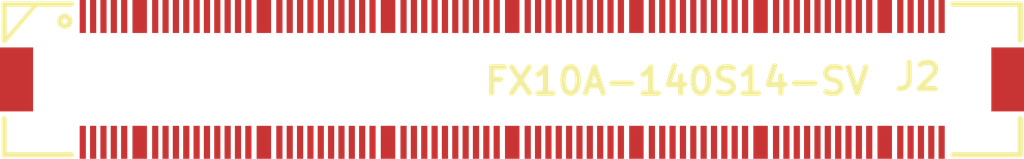
<source format=kicad_pcb>
(kicad_pcb (version 20171130) (host pcbnew "(5.1.10-1-10_14)")

  (general
    (thickness 1.6)
    (drawings 0)
    (tracks 0)
    (zones 0)
    (modules 1)
    (nets 140)
  )

  (page A4)
  (layers
    (0 F.Cu signal)
    (31 B.Cu signal)
    (32 B.Adhes user)
    (33 F.Adhes user)
    (34 B.Paste user)
    (35 F.Paste user)
    (36 B.SilkS user)
    (37 F.SilkS user)
    (38 B.Mask user)
    (39 F.Mask user)
    (40 Dwgs.User user)
    (41 Cmts.User user)
    (42 Eco1.User user)
    (43 Eco2.User user)
    (44 Edge.Cuts user)
    (45 Margin user)
    (46 B.CrtYd user)
    (47 F.CrtYd user)
    (48 B.Fab user)
    (49 F.Fab user)
  )

  (setup
    (last_trace_width 0.25)
    (trace_clearance 0.2)
    (zone_clearance 0.508)
    (zone_45_only no)
    (trace_min 0.2)
    (via_size 0.8)
    (via_drill 0.4)
    (via_min_size 0.4)
    (via_min_drill 0.3)
    (uvia_size 0.3)
    (uvia_drill 0.1)
    (uvias_allowed no)
    (uvia_min_size 0.2)
    (uvia_min_drill 0.1)
    (edge_width 0.05)
    (segment_width 0.2)
    (pcb_text_width 0.3)
    (pcb_text_size 1.5 1.5)
    (mod_edge_width 0.12)
    (mod_text_size 1 1)
    (mod_text_width 0.15)
    (pad_size 1.524 1.524)
    (pad_drill 0.762)
    (pad_to_mask_clearance 0.051)
    (solder_mask_min_width 0.25)
    (aux_axis_origin 0 0)
    (visible_elements FFFFFF7F)
    (pcbplotparams
      (layerselection 0x010fc_ffffffff)
      (usegerberextensions false)
      (usegerberattributes false)
      (usegerberadvancedattributes false)
      (creategerberjobfile false)
      (excludeedgelayer true)
      (linewidth 0.100000)
      (plotframeref false)
      (viasonmask false)
      (mode 1)
      (useauxorigin false)
      (hpglpennumber 1)
      (hpglpenspeed 20)
      (hpglpendiameter 15.000000)
      (psnegative false)
      (psa4output false)
      (plotreference true)
      (plotvalue true)
      (plotinvisibletext false)
      (padsonsilk false)
      (subtractmaskfromsilk false)
      (outputformat 1)
      (mirror false)
      (drillshape 1)
      (scaleselection 1)
      (outputdirectory ""))
  )

  (net 0 "")
  (net 1 CH0)
  (net 2 CH1)
  (net 3 CH2)
  (net 4 CH3)
  (net 5 CH4)
  (net 6 CH5)
  (net 7 CH6)
  (net 8 CH7)
  (net 9 CH8)
  (net 10 CH9)
  (net 11 CH10)
  (net 12 CH11)
  (net 13 CH12)
  (net 14 CH13)
  (net 15 CH14)
  (net 16 CH15)
  (net 17 CH16)
  (net 18 CH17)
  (net 19 CH18)
  (net 20 CH19)
  (net 21 CH20)
  (net 22 CH21)
  (net 23 CH22)
  (net 24 CH23)
  (net 25 CH24)
  (net 26 CH25)
  (net 27 CH26)
  (net 28 CH27)
  (net 29 CH28)
  (net 30 CH29)
  (net 31 CH30)
  (net 32 CH31)
  (net 33 CH32)
  (net 34 CH33)
  (net 35 CH34)
  (net 36 CH35)
  (net 37 CH36)
  (net 38 CH37)
  (net 39 CH38)
  (net 40 CH39)
  (net 41 CH40)
  (net 42 CH41)
  (net 43 CH42)
  (net 44 CH43)
  (net 45 CH44)
  (net 46 CH45)
  (net 47 CH46)
  (net 48 CH47)
  (net 49 CH48)
  (net 50 CH49)
  (net 51 CH50)
  (net 52 CH51)
  (net 53 CH52)
  (net 54 CH53)
  (net 55 CH54)
  (net 56 CH55)
  (net 57 CH56)
  (net 58 CH57)
  (net 59 CH58)
  (net 60 CH59)
  (net 61 CH60)
  (net 62 CH61)
  (net 63 CH62)
  (net 64 CH63)
  (net 65 CH64)
  (net 66 CH65)
  (net 67 CH66)
  (net 68 CH67)
  (net 69 CH68)
  (net 70 CH69)
  (net 71 CH70)
  (net 72 CH71)
  (net 73 CH72)
  (net 74 CH73)
  (net 75 CH74)
  (net 76 CH75)
  (net 77 CH76)
  (net 78 CH77)
  (net 79 CH78)
  (net 80 CH79)
  (net 81 CH80)
  (net 82 CH81)
  (net 83 CH82)
  (net 84 CH83)
  (net 85 CH84)
  (net 86 CH85)
  (net 87 CH86)
  (net 88 CH87)
  (net 89 CH88)
  (net 90 CH89)
  (net 91 CH90)
  (net 92 CH91)
  (net 93 CH92)
  (net 94 CH93)
  (net 95 CH94)
  (net 96 CH95)
  (net 97 CH96)
  (net 98 CH97)
  (net 99 CH98)
  (net 100 CH99)
  (net 101 CH100)
  (net 102 CH101)
  (net 103 CH102)
  (net 104 CH103)
  (net 105 CH104)
  (net 106 CH105)
  (net 107 CH106)
  (net 108 CH107)
  (net 109 CH108)
  (net 110 CH109)
  (net 111 CH110)
  (net 112 CH111)
  (net 113 CH112)
  (net 114 CH113)
  (net 115 CH114)
  (net 116 CH115)
  (net 117 CH116)
  (net 118 CH117)
  (net 119 CH118)
  (net 120 CH119)
  (net 121 CH120)
  (net 122 CH121)
  (net 123 CH122)
  (net 124 CH123)
  (net 125 CH124)
  (net 126 CH125)
  (net 127 CH126)
  (net 128 CH127)
  (net 129 GNDREF)
  (net 130 SCL)
  (net 131 I2C_VCC)
  (net 132 SDA)
  (net 133 I2C_GND)
  (net 134 Geo4)
  (net 135 Geo2)
  (net 136 Geo0)
  (net 137 Geo6)
  (net 138 Geo3)
  (net 139 Geo1)

  (net_class Default "This is the default net class."
    (clearance 0.2)
    (trace_width 0.25)
    (via_dia 0.8)
    (via_drill 0.4)
    (uvia_dia 0.3)
    (uvia_drill 0.1)
    (add_net CH0)
    (add_net CH1)
    (add_net CH10)
    (add_net CH100)
    (add_net CH101)
    (add_net CH102)
    (add_net CH103)
    (add_net CH104)
    (add_net CH105)
    (add_net CH106)
    (add_net CH107)
    (add_net CH108)
    (add_net CH109)
    (add_net CH11)
    (add_net CH110)
    (add_net CH111)
    (add_net CH112)
    (add_net CH113)
    (add_net CH114)
    (add_net CH115)
    (add_net CH116)
    (add_net CH117)
    (add_net CH118)
    (add_net CH119)
    (add_net CH12)
    (add_net CH120)
    (add_net CH121)
    (add_net CH122)
    (add_net CH123)
    (add_net CH124)
    (add_net CH125)
    (add_net CH126)
    (add_net CH127)
    (add_net CH13)
    (add_net CH14)
    (add_net CH15)
    (add_net CH16)
    (add_net CH17)
    (add_net CH18)
    (add_net CH19)
    (add_net CH2)
    (add_net CH20)
    (add_net CH21)
    (add_net CH22)
    (add_net CH23)
    (add_net CH24)
    (add_net CH25)
    (add_net CH26)
    (add_net CH27)
    (add_net CH28)
    (add_net CH29)
    (add_net CH3)
    (add_net CH30)
    (add_net CH31)
    (add_net CH32)
    (add_net CH33)
    (add_net CH34)
    (add_net CH35)
    (add_net CH36)
    (add_net CH37)
    (add_net CH38)
    (add_net CH39)
    (add_net CH4)
    (add_net CH40)
    (add_net CH41)
    (add_net CH42)
    (add_net CH43)
    (add_net CH44)
    (add_net CH45)
    (add_net CH46)
    (add_net CH47)
    (add_net CH48)
    (add_net CH49)
    (add_net CH5)
    (add_net CH50)
    (add_net CH51)
    (add_net CH52)
    (add_net CH53)
    (add_net CH54)
    (add_net CH55)
    (add_net CH56)
    (add_net CH57)
    (add_net CH58)
    (add_net CH59)
    (add_net CH6)
    (add_net CH60)
    (add_net CH61)
    (add_net CH62)
    (add_net CH63)
    (add_net CH64)
    (add_net CH65)
    (add_net CH66)
    (add_net CH67)
    (add_net CH68)
    (add_net CH69)
    (add_net CH7)
    (add_net CH70)
    (add_net CH71)
    (add_net CH72)
    (add_net CH73)
    (add_net CH74)
    (add_net CH75)
    (add_net CH76)
    (add_net CH77)
    (add_net CH78)
    (add_net CH79)
    (add_net CH8)
    (add_net CH80)
    (add_net CH81)
    (add_net CH82)
    (add_net CH83)
    (add_net CH84)
    (add_net CH85)
    (add_net CH86)
    (add_net CH87)
    (add_net CH88)
    (add_net CH89)
    (add_net CH9)
    (add_net CH90)
    (add_net CH91)
    (add_net CH92)
    (add_net CH93)
    (add_net CH94)
    (add_net CH95)
    (add_net CH96)
    (add_net CH97)
    (add_net CH98)
    (add_net CH99)
    (add_net GNDREF)
    (add_net Geo0)
    (add_net Geo1)
    (add_net Geo2)
    (add_net Geo3)
    (add_net Geo4)
    (add_net Geo6)
    (add_net I2C_GND)
    (add_net I2C_VCC)
    (add_net SCL)
    (add_net SDA)
  )

  (module FX10A-140S14-SV:FX10A-140S14-SV (layer F.Cu) (tedit 5E9075F0) (tstamp 5EAABC3F)
    (at 237.871 173.355 180)
    (descr FX10A-140S/14-SV)
    (tags Connector)
    (path /5E915B28)
    (fp_text reference J2 (at -19.6 0.13) (layer F.SilkS)
      (effects (font (size 1.27 1.27) (thickness 0.254)))
    )
    (fp_text value FX10A-140S14-SV (at -7.96 -0.09) (layer F.SilkS)
      (effects (font (size 1.27 1.27) (thickness 0.254)))
    )
    (fp_line (start 8.88 1.8) (end 8.68 1.8) (layer F.Fab) (width 0.12))
    (fp_line (start 8.88 -1.63) (end 8.88 1.8) (layer F.Fab) (width 0.12))
    (fp_line (start 6.57 1.57) (end 6.57 1.14) (layer F.Fab) (width 0.12))
    (fp_line (start 8.45 1.57) (end 6.57 1.57) (layer F.Fab) (width 0.12))
    (fp_line (start 8.45 1.14) (end 8.45 1.57) (layer F.Fab) (width 0.12))
    (fp_line (start 6.6 1.14) (end 8.45 1.14) (layer F.Fab) (width 0.12))
    (fp_line (start 6.17 1.8) (end 6.17 -1.63) (layer F.Fab) (width 0.12))
    (fp_line (start 8.78 1.8) (end 6.17 1.8) (layer F.Fab) (width 0.12))
    (fp_line (start 6.17 -1.63) (end 8.78 -1.63) (layer F.Fab) (width 0.12))
    (fp_circle (center 19.28 -1.79) (end 19.4 -1.79) (layer F.Fab) (width 0.25))
    (fp_circle (center 19.25 1.76) (end 19.37 1.76) (layer F.Fab) (width 0.25))
    (fp_circle (center 21.62 2.82) (end 21.74 2.82) (layer F.SilkS) (width 0.25))
    (fp_line (start 3.57 -1.52) (end 4.07 -0.84) (layer F.Fab) (width 0.12))
    (fp_line (start 2.98 -0.78) (end 3.54 -1.52) (layer F.Fab) (width 0.12))
    (fp_line (start 3.57 -1.55) (end 2.98 -0.78) (layer F.Fab) (width 0.12))
    (fp_line (start 3.57 0.29) (end 3.57 -1.58) (layer F.Fab) (width 0.12))
    (fp_line (start 22.98 3.66) (end 23.1 3.66) (layer F.SilkS) (width 0.15))
    (fp_line (start 24.53 1.85) (end 22.98 3.66) (layer F.SilkS) (width 0.2))
    (fp_line (start 24.55 -3.65) (end 24.55 -1.9) (layer F.SilkS) (width 0.254))
    (fp_line (start 24.55 3.65) (end 24.55 1.9) (layer F.SilkS) (width 0.254))
    (fp_line (start -24.55 3.65) (end -21.3 3.65) (layer F.SilkS) (width 0.254))
    (fp_line (start 24.55 3.65) (end 21.3 3.65) (layer F.SilkS) (width 0.254))
    (fp_line (start -24.55 3.65) (end -24.55 1.9) (layer F.SilkS) (width 0.254))
    (fp_line (start 24.55 -3.65) (end 21.3 -3.65) (layer F.SilkS) (width 0.254))
    (fp_line (start -24.55 -3.65) (end -24.55 -1.9) (layer F.SilkS) (width 0.254))
    (fp_line (start -24.55 -3.65) (end -21.3 -3.65) (layer F.SilkS) (width 0.254))
    (fp_line (start -24.55 3.65) (end -24.55 -3.65) (layer F.Fab) (width 0.254))
    (fp_line (start 24.55 3.65) (end -24.55 3.65) (layer F.Fab) (width 0.254))
    (fp_line (start 24.55 -3.65) (end 24.55 3.65) (layer F.Fab) (width 0.254))
    (fp_line (start -24.55 -3.65) (end 24.55 -3.65) (layer F.Fab) (width 0.254))
    (fp_text user Hybrid (at 3.58 1.13) (layer F.Fab)
      (effects (font (size 1 1) (thickness 0.15)))
    )
    (fp_text user "hybrid ch1" (at 14.95 1.05) (layer F.Fab)
      (effects (font (size 1 1) (thickness 0.15)))
    )
    (fp_text user "hybrid ch0" (at 14.86 -1.2) (layer F.Fab)
      (effects (font (size 1 1) (thickness 0.15)))
    )
    (pad 139 smd rect (at -20.75 3.05 180) (size 0.3 1.6) (layers F.Cu F.Paste F.Mask)
      (net 130 SCL))
    (pad 137 smd rect (at -20.25 3.05 180) (size 0.3 1.6) (layers F.Cu F.Paste F.Mask)
      (net 131 I2C_VCC))
    (pad 135 smd rect (at -19.75 3.05 180) (size 0.3 1.6) (layers F.Cu F.Paste F.Mask)
      (net 131 I2C_VCC))
    (pad 133 smd rect (at -19.25 3.05 180) (size 0.3 1.6) (layers F.Cu F.Paste F.Mask)
      (net 128 CH127))
    (pad 131 smd rect (at -18.75 3.05 180) (size 0.3 1.6) (layers F.Cu F.Paste F.Mask)
      (net 126 CH125))
    (pad 140 smd rect (at -20.75 -3.05 180) (size 0.3 1.6) (layers F.Cu F.Paste F.Mask)
      (net 132 SDA))
    (pad 138 smd rect (at -20.25 -3.05 180) (size 0.3 1.6) (layers F.Cu F.Paste F.Mask)
      (net 133 I2C_GND))
    (pad 136 smd rect (at -19.75 -3.05 180) (size 0.3 1.6) (layers F.Cu F.Paste F.Mask)
      (net 133 I2C_GND))
    (pad 134 smd rect (at -19.25 -3.05 180) (size 0.3 1.6) (layers F.Cu F.Paste F.Mask)
      (net 127 CH126))
    (pad 132 smd rect (at -18.75 -3.05 180) (size 0.3 1.6) (layers F.Cu F.Paste F.Mask)
      (net 125 CH124))
    (pad 129 smd rect (at -17.25 3.05 180) (size 0.3 1.6) (layers F.Cu F.Paste F.Mask)
      (net 124 CH123))
    (pad 127 smd rect (at -16.75 3.05 180) (size 0.3 1.6) (layers F.Cu F.Paste F.Mask)
      (net 122 CH121))
    (pad 125 smd rect (at -16.25 3.05 180) (size 0.3 1.6) (layers F.Cu F.Paste F.Mask)
      (net 120 CH119))
    (pad 123 smd rect (at -15.75 3.05 180) (size 0.3 1.6) (layers F.Cu F.Paste F.Mask)
      (net 118 CH117))
    (pad 121 smd rect (at -15.25 3.05 180) (size 0.3 1.6) (layers F.Cu F.Paste F.Mask)
      (net 116 CH115))
    (pad 119 smd rect (at -14.75 3.05 180) (size 0.3 1.6) (layers F.Cu F.Paste F.Mask)
      (net 114 CH113))
    (pad 117 smd rect (at -14.25 3.05 180) (size 0.3 1.6) (layers F.Cu F.Paste F.Mask)
      (net 112 CH111))
    (pad 115 smd rect (at -13.75 3.05 180) (size 0.3 1.6) (layers F.Cu F.Paste F.Mask)
      (net 110 CH109))
    (pad 113 smd rect (at -13.25 3.05 180) (size 0.3 1.6) (layers F.Cu F.Paste F.Mask)
      (net 108 CH107))
    (pad 111 smd rect (at -12.75 3.05 180) (size 0.3 1.6) (layers F.Cu F.Paste F.Mask)
      (net 106 CH105))
    (pad 130 smd rect (at -17.25 -3.05 180) (size 0.3 1.6) (layers F.Cu F.Paste F.Mask)
      (net 123 CH122))
    (pad 128 smd rect (at -16.75 -3.05 180) (size 0.3 1.6) (layers F.Cu F.Paste F.Mask)
      (net 121 CH120))
    (pad 126 smd rect (at -16.25 -3.05 180) (size 0.3 1.6) (layers F.Cu F.Paste F.Mask)
      (net 119 CH118))
    (pad 124 smd rect (at -15.75 -3.05 180) (size 0.3 1.6) (layers F.Cu F.Paste F.Mask)
      (net 117 CH116))
    (pad 122 smd rect (at -15.25 -3.05 180) (size 0.3 1.6) (layers F.Cu F.Paste F.Mask)
      (net 115 CH114))
    (pad 120 smd rect (at -14.75 -3.05 180) (size 0.3 1.6) (layers F.Cu F.Paste F.Mask)
      (net 113 CH112))
    (pad 118 smd rect (at -14.25 -3.05 180) (size 0.3 1.6) (layers F.Cu F.Paste F.Mask)
      (net 111 CH110))
    (pad 116 smd rect (at -13.75 -3.05 180) (size 0.3 1.6) (layers F.Cu F.Paste F.Mask)
      (net 109 CH108))
    (pad 114 smd rect (at -13.25 -3.05 180) (size 0.3 1.6) (layers F.Cu F.Paste F.Mask)
      (net 107 CH106))
    (pad 112 smd rect (at -12.75 -3.05 180) (size 0.3 1.6) (layers F.Cu F.Paste F.Mask)
      (net 105 CH104))
    (pad 109 smd rect (at -11.25 3.05 180) (size 0.3 1.6) (layers F.Cu F.Paste F.Mask)
      (net 104 CH103))
    (pad 107 smd rect (at -10.75 3.05 180) (size 0.3 1.6) (layers F.Cu F.Paste F.Mask)
      (net 102 CH101))
    (pad 105 smd rect (at -10.25 3.05 180) (size 0.3 1.6) (layers F.Cu F.Paste F.Mask)
      (net 100 CH99))
    (pad 103 smd rect (at -9.75 3.05 180) (size 0.3 1.6) (layers F.Cu F.Paste F.Mask)
      (net 98 CH97))
    (pad 101 smd rect (at -9.25 3.05 180) (size 0.3 1.6) (layers F.Cu F.Paste F.Mask)
      (net 96 CH95))
    (pad 99 smd rect (at -8.75 3.05 180) (size 0.3 1.6) (layers F.Cu F.Paste F.Mask)
      (net 94 CH93))
    (pad 97 smd rect (at -8.25 3.05 180) (size 0.3 1.6) (layers F.Cu F.Paste F.Mask)
      (net 92 CH91))
    (pad 95 smd rect (at -7.75 3.05 180) (size 0.3 1.6) (layers F.Cu F.Paste F.Mask)
      (net 90 CH89))
    (pad 93 smd rect (at -7.25 3.05 180) (size 0.3 1.6) (layers F.Cu F.Paste F.Mask)
      (net 88 CH87))
    (pad 91 smd rect (at -6.75 3.05 180) (size 0.3 1.6) (layers F.Cu F.Paste F.Mask)
      (net 86 CH85))
    (pad 110 smd rect (at -11.25 -3.05 180) (size 0.3 1.6) (layers F.Cu F.Paste F.Mask)
      (net 103 CH102))
    (pad 108 smd rect (at -10.75 -3.05 180) (size 0.3 1.6) (layers F.Cu F.Paste F.Mask)
      (net 101 CH100))
    (pad 106 smd rect (at -10.25 -3.05 180) (size 0.3 1.6) (layers F.Cu F.Paste F.Mask)
      (net 99 CH98))
    (pad 104 smd rect (at -9.75 -3.05 180) (size 0.3 1.6) (layers F.Cu F.Paste F.Mask)
      (net 97 CH96))
    (pad 102 smd rect (at -9.25 -3.05 180) (size 0.3 1.6) (layers F.Cu F.Paste F.Mask)
      (net 95 CH94))
    (pad 100 smd rect (at -8.75 -3.05 180) (size 0.3 1.6) (layers F.Cu F.Paste F.Mask)
      (net 93 CH92))
    (pad 98 smd rect (at -8.25 -3.05 180) (size 0.3 1.6) (layers F.Cu F.Paste F.Mask)
      (net 91 CH90))
    (pad 96 smd rect (at -7.75 -3.05 180) (size 0.3 1.6) (layers F.Cu F.Paste F.Mask)
      (net 89 CH88))
    (pad 94 smd rect (at -7.25 -3.05 180) (size 0.3 1.6) (layers F.Cu F.Paste F.Mask)
      (net 87 CH86))
    (pad 92 smd rect (at -6.75 -3.05 180) (size 0.3 1.6) (layers F.Cu F.Paste F.Mask)
      (net 85 CH84))
    (pad 89 smd rect (at -5.25 3.05 180) (size 0.3 1.6) (layers F.Cu F.Paste F.Mask)
      (net 84 CH83))
    (pad 87 smd rect (at -4.75 3.05 180) (size 0.3 1.6) (layers F.Cu F.Paste F.Mask)
      (net 82 CH81))
    (pad 85 smd rect (at -4.25 3.05 180) (size 0.3 1.6) (layers F.Cu F.Paste F.Mask)
      (net 80 CH79))
    (pad 83 smd rect (at -3.75 3.05 180) (size 0.3 1.6) (layers F.Cu F.Paste F.Mask)
      (net 78 CH77))
    (pad 81 smd rect (at -3.25 3.05 180) (size 0.3 1.6) (layers F.Cu F.Paste F.Mask)
      (net 76 CH75))
    (pad 79 smd rect (at -2.75 3.05 180) (size 0.3 1.6) (layers F.Cu F.Paste F.Mask)
      (net 74 CH73))
    (pad 77 smd rect (at -2.25 3.05 180) (size 0.3 1.6) (layers F.Cu F.Paste F.Mask)
      (net 72 CH71))
    (pad 75 smd rect (at -1.75 3.05 180) (size 0.3 1.6) (layers F.Cu F.Paste F.Mask)
      (net 70 CH69))
    (pad 73 smd rect (at -1.25 3.05 180) (size 0.3 1.6) (layers F.Cu F.Paste F.Mask)
      (net 68 CH67))
    (pad 71 smd rect (at -0.75 3.05 180) (size 0.3 1.6) (layers F.Cu F.Paste F.Mask)
      (net 66 CH65))
    (pad 90 smd rect (at -5.25 -3.05 180) (size 0.3 1.6) (layers F.Cu F.Paste F.Mask)
      (net 83 CH82))
    (pad 88 smd rect (at -4.75 -3.05 180) (size 0.3 1.6) (layers F.Cu F.Paste F.Mask)
      (net 81 CH80))
    (pad 86 smd rect (at -4.25 -3.05 180) (size 0.3 1.6) (layers F.Cu F.Paste F.Mask)
      (net 79 CH78))
    (pad 84 smd rect (at -3.75 -3.05 180) (size 0.3 1.6) (layers F.Cu F.Paste F.Mask)
      (net 77 CH76))
    (pad 82 smd rect (at -3.25 -3.05 180) (size 0.3 1.6) (layers F.Cu F.Paste F.Mask)
      (net 75 CH74))
    (pad 80 smd rect (at -2.75 -3.05 180) (size 0.3 1.6) (layers F.Cu F.Paste F.Mask)
      (net 73 CH72))
    (pad 78 smd rect (at -2.25 -3.05 180) (size 0.3 1.6) (layers F.Cu F.Paste F.Mask)
      (net 71 CH70))
    (pad 76 smd rect (at -1.75 -3.05 180) (size 0.3 1.6) (layers F.Cu F.Paste F.Mask)
      (net 69 CH68))
    (pad 74 smd rect (at -1.25 -3.05 180) (size 0.3 1.6) (layers F.Cu F.Paste F.Mask)
      (net 67 CH66))
    (pad 72 smd rect (at -0.75 -3.05 180) (size 0.3 1.6) (layers F.Cu F.Paste F.Mask)
      (net 65 CH64))
    (pad 69 smd rect (at 0.75 3.05 180) (size 0.3 1.6) (layers F.Cu F.Paste F.Mask)
      (net 64 CH63))
    (pad 67 smd rect (at 1.25 3.05 180) (size 0.3 1.6) (layers F.Cu F.Paste F.Mask)
      (net 62 CH61))
    (pad 65 smd rect (at 1.75 3.05 180) (size 0.3 1.6) (layers F.Cu F.Paste F.Mask)
      (net 60 CH59))
    (pad 63 smd rect (at 2.25 3.05 180) (size 0.3 1.6) (layers F.Cu F.Paste F.Mask)
      (net 58 CH57))
    (pad 61 smd rect (at 2.75 3.05 180) (size 0.3 1.6) (layers F.Cu F.Paste F.Mask)
      (net 56 CH55))
    (pad 59 smd rect (at 3.25 3.05 180) (size 0.3 1.6) (layers F.Cu F.Paste F.Mask)
      (net 54 CH53))
    (pad 57 smd rect (at 3.75 3.05 180) (size 0.3 1.6) (layers F.Cu F.Paste F.Mask)
      (net 52 CH51))
    (pad 55 smd rect (at 4.25 3.05 180) (size 0.3 1.6) (layers F.Cu F.Paste F.Mask)
      (net 50 CH49))
    (pad 53 smd rect (at 4.75 3.05 180) (size 0.3 1.6) (layers F.Cu F.Paste F.Mask)
      (net 48 CH47))
    (pad 51 smd rect (at 5.25 3.05 180) (size 0.3 1.6) (layers F.Cu F.Paste F.Mask)
      (net 46 CH45))
    (pad 70 smd rect (at 0.75 -3.05 180) (size 0.3 1.6) (layers F.Cu F.Paste F.Mask)
      (net 63 CH62))
    (pad 68 smd rect (at 1.25 -3.05 180) (size 0.3 1.6) (layers F.Cu F.Paste F.Mask)
      (net 61 CH60))
    (pad 66 smd rect (at 1.75 -3.05 180) (size 0.3 1.6) (layers F.Cu F.Paste F.Mask)
      (net 59 CH58))
    (pad 64 smd rect (at 2.25 -3.05 180) (size 0.3 1.6) (layers F.Cu F.Paste F.Mask)
      (net 57 CH56))
    (pad 62 smd rect (at 2.75 -3.05 180) (size 0.3 1.6) (layers F.Cu F.Paste F.Mask)
      (net 55 CH54))
    (pad 60 smd rect (at 3.25 -3.05 180) (size 0.3 1.6) (layers F.Cu F.Paste F.Mask)
      (net 53 CH52))
    (pad 58 smd rect (at 3.75 -3.05 180) (size 0.3 1.6) (layers F.Cu F.Paste F.Mask)
      (net 51 CH50))
    (pad 56 smd rect (at 4.25 -3.05 180) (size 0.3 1.6) (layers F.Cu F.Paste F.Mask)
      (net 49 CH48))
    (pad 54 smd rect (at 4.75 -3.05 180) (size 0.3 1.6) (layers F.Cu F.Paste F.Mask)
      (net 47 CH46))
    (pad 52 smd rect (at 5.25 -3.05 180) (size 0.3 1.6) (layers F.Cu F.Paste F.Mask)
      (net 45 CH44))
    (pad 49 smd rect (at 6.75 3.05 180) (size 0.3 1.6) (layers F.Cu F.Paste F.Mask)
      (net 44 CH43))
    (pad 47 smd rect (at 7.25 3.05 180) (size 0.3 1.6) (layers F.Cu F.Paste F.Mask)
      (net 42 CH41))
    (pad 45 smd rect (at 7.75 3.05 180) (size 0.3 1.6) (layers F.Cu F.Paste F.Mask)
      (net 40 CH39))
    (pad 43 smd rect (at 8.25 3.05 180) (size 0.3 1.6) (layers F.Cu F.Paste F.Mask)
      (net 38 CH37))
    (pad 41 smd rect (at 8.75 3.05 180) (size 0.3 1.6) (layers F.Cu F.Paste F.Mask)
      (net 36 CH35))
    (pad 39 smd rect (at 9.25 3.05 180) (size 0.3 1.6) (layers F.Cu F.Paste F.Mask)
      (net 34 CH33))
    (pad 37 smd rect (at 9.75 3.05 180) (size 0.3 1.6) (layers F.Cu F.Paste F.Mask)
      (net 32 CH31))
    (pad 35 smd rect (at 10.25 3.05 180) (size 0.3 1.6) (layers F.Cu F.Paste F.Mask)
      (net 30 CH29))
    (pad 33 smd rect (at 10.75 3.05 180) (size 0.3 1.6) (layers F.Cu F.Paste F.Mask)
      (net 28 CH27))
    (pad 31 smd rect (at 11.25 3.05 180) (size 0.3 1.6) (layers F.Cu F.Paste F.Mask)
      (net 26 CH25))
    (pad 50 smd rect (at 6.75 -3.05 180) (size 0.3 1.6) (layers F.Cu F.Paste F.Mask)
      (net 43 CH42))
    (pad 48 smd rect (at 7.25 -3.05 180) (size 0.3 1.6) (layers F.Cu F.Paste F.Mask)
      (net 41 CH40))
    (pad 46 smd rect (at 7.75 -3.05 180) (size 0.3 1.6) (layers F.Cu F.Paste F.Mask)
      (net 39 CH38))
    (pad 44 smd rect (at 8.25 -3.05 180) (size 0.3 1.6) (layers F.Cu F.Paste F.Mask)
      (net 37 CH36))
    (pad 42 smd rect (at 8.75 -3.05 180) (size 0.3 1.6) (layers F.Cu F.Paste F.Mask)
      (net 35 CH34))
    (pad 40 smd rect (at 9.25 -3.05 180) (size 0.3 1.6) (layers F.Cu F.Paste F.Mask)
      (net 33 CH32))
    (pad 38 smd rect (at 9.75 -3.05 180) (size 0.3 1.6) (layers F.Cu F.Paste F.Mask)
      (net 31 CH30))
    (pad 36 smd rect (at 10.25 -3.05 180) (size 0.3 1.6) (layers F.Cu F.Paste F.Mask)
      (net 29 CH28))
    (pad 34 smd rect (at 10.75 -3.05 180) (size 0.3 1.6) (layers F.Cu F.Paste F.Mask)
      (net 27 CH26))
    (pad 32 smd rect (at 11.25 -3.05 180) (size 0.3 1.6) (layers F.Cu F.Paste F.Mask)
      (net 25 CH24))
    (pad 29 smd rect (at 12.75 3.05 180) (size 0.3 1.6) (layers F.Cu F.Paste F.Mask)
      (net 24 CH23))
    (pad 27 smd rect (at 13.25 3.05 180) (size 0.3 1.6) (layers F.Cu F.Paste F.Mask)
      (net 22 CH21))
    (pad 25 smd rect (at 13.75 3.05 180) (size 0.3 1.6) (layers F.Cu F.Paste F.Mask)
      (net 20 CH19))
    (pad 23 smd rect (at 14.25 3.05 180) (size 0.3 1.6) (layers F.Cu F.Paste F.Mask)
      (net 18 CH17))
    (pad 21 smd rect (at 14.75 3.05 180) (size 0.3 1.6) (layers F.Cu F.Paste F.Mask)
      (net 16 CH15))
    (pad 19 smd rect (at 15.25 3.05 180) (size 0.3 1.6) (layers F.Cu F.Paste F.Mask)
      (net 14 CH13))
    (pad 17 smd rect (at 15.75 3.05 180) (size 0.3 1.6) (layers F.Cu F.Paste F.Mask)
      (net 12 CH11))
    (pad 15 smd rect (at 16.25 3.05 180) (size 0.3 1.6) (layers F.Cu F.Paste F.Mask)
      (net 10 CH9))
    (pad 13 smd rect (at 16.75 3.05 180) (size 0.3 1.6) (layers F.Cu F.Paste F.Mask)
      (net 8 CH7))
    (pad 11 smd rect (at 17.25 3.05 180) (size 0.3 1.6) (layers F.Cu F.Paste F.Mask)
      (net 6 CH5))
    (pad 30 smd rect (at 12.75 -3.05 180) (size 0.3 1.6) (layers F.Cu F.Paste F.Mask)
      (net 23 CH22))
    (pad 28 smd rect (at 13.25 -3.05 180) (size 0.3 1.6) (layers F.Cu F.Paste F.Mask)
      (net 21 CH20))
    (pad 26 smd rect (at 13.75 -3.05 180) (size 0.3 1.6) (layers F.Cu F.Paste F.Mask)
      (net 19 CH18))
    (pad 24 smd rect (at 14.25 -3.05 180) (size 0.3 1.6) (layers F.Cu F.Paste F.Mask)
      (net 17 CH16))
    (pad 22 smd rect (at 14.75 -3.05 180) (size 0.3 1.6) (layers F.Cu F.Paste F.Mask)
      (net 15 CH14))
    (pad 20 smd rect (at 15.25 -3.05 180) (size 0.3 1.6) (layers F.Cu F.Paste F.Mask)
      (net 13 CH12))
    (pad 18 smd rect (at 15.75 -3.05 180) (size 0.3 1.6) (layers F.Cu F.Paste F.Mask)
      (net 11 CH10))
    (pad 16 smd rect (at 16.25 -3.05 180) (size 0.3 1.6) (layers F.Cu F.Paste F.Mask)
      (net 9 CH8))
    (pad 14 smd rect (at 16.75 -3.05 180) (size 0.3 1.6) (layers F.Cu F.Paste F.Mask)
      (net 7 CH6))
    (pad 12 smd rect (at 17.25 -3.05 180) (size 0.3 1.6) (layers F.Cu F.Paste F.Mask)
      (net 5 CH4))
    (pad 9 smd rect (at 18.75 3.05 180) (size 0.3 1.6) (layers F.Cu F.Paste F.Mask)
      (net 4 CH3))
    (pad 7 smd rect (at 19.25 3.05 180) (size 0.3 1.6) (layers F.Cu F.Paste F.Mask)
      (net 2 CH1))
    (pad 5 smd rect (at 19.75 3.05 180) (size 0.3 1.6) (layers F.Cu F.Paste F.Mask)
      (net 134 Geo4))
    (pad 3 smd rect (at 20.25 3.05 180) (size 0.3 1.6) (layers F.Cu F.Paste F.Mask)
      (net 135 Geo2))
    (pad 1 smd rect (at 20.75 3.05 180) (size 0.3 1.6) (layers F.Cu F.Paste F.Mask)
      (net 136 Geo0))
    (pad 10 smd rect (at 18.75 -3.05 180) (size 0.3 1.6) (layers F.Cu F.Paste F.Mask)
      (net 3 CH2))
    (pad 8 smd rect (at 19.25 -3.05 180) (size 0.3 1.6) (layers F.Cu F.Paste F.Mask)
      (net 1 CH0))
    (pad 6 smd rect (at 19.75 -3.05 180) (size 0.3 1.6) (layers F.Cu F.Paste F.Mask)
      (net 137 Geo6))
    (pad 4 smd rect (at 20.25 -3.05 180) (size 0.3 1.6) (layers F.Cu F.Paste F.Mask)
      (net 138 Geo3))
    (pad 2 smd rect (at 20.75 -3.05 180) (size 0.3 1.6) (layers F.Cu F.Paste F.Mask)
      (net 139 Geo1))
    (pad 154 smd rect (at -18 -3.05 180) (size 0.7 1.6) (layers F.Cu F.Paste F.Mask)
      (net 129 GNDREF))
    (pad 153 smd rect (at -18 3.05 180) (size 0.7 1.6) (layers F.Cu F.Paste F.Mask)
      (net 129 GNDREF))
    (pad 152 smd rect (at -12 -3.05 180) (size 0.7 1.6) (layers F.Cu F.Paste F.Mask)
      (net 129 GNDREF))
    (pad 151 smd rect (at -12 3.05 180) (size 0.7 1.6) (layers F.Cu F.Paste F.Mask)
      (net 129 GNDREF))
    (pad 150 smd rect (at -6 -3.05 180) (size 0.7 1.6) (layers F.Cu F.Paste F.Mask)
      (net 129 GNDREF))
    (pad 149 smd rect (at -6 3.05 180) (size 0.7 1.6) (layers F.Cu F.Paste F.Mask)
      (net 129 GNDREF))
    (pad 148 smd rect (at 0 -3.05 180) (size 0.7 1.6) (layers F.Cu F.Paste F.Mask)
      (net 129 GNDREF))
    (pad 147 smd rect (at 0 3.05 180) (size 0.7 1.6) (layers F.Cu F.Paste F.Mask)
      (net 129 GNDREF))
    (pad 146 smd rect (at 6 -3.05 180) (size 0.7 1.6) (layers F.Cu F.Paste F.Mask)
      (net 129 GNDREF))
    (pad 145 smd rect (at 6 3.05 180) (size 0.7 1.6) (layers F.Cu F.Paste F.Mask)
      (net 129 GNDREF))
    (pad 144 smd rect (at 12 -3.05 180) (size 0.7 1.6) (layers F.Cu F.Paste F.Mask)
      (net 129 GNDREF))
    (pad 143 smd rect (at 12 3.05 180) (size 0.7 1.6) (layers F.Cu F.Paste F.Mask)
      (net 129 GNDREF))
    (pad 142 smd rect (at 18 -3.05 180) (size 0.7 1.6) (layers F.Cu F.Paste F.Mask)
      (net 129 GNDREF))
    (pad 141 smd rect (at 18 3.05 180) (size 0.7 1.6) (layers F.Cu F.Paste F.Mask)
      (net 129 GNDREF))
    (pad 156 smd rect (at -23.95 0 180) (size 1.6 3.1) (layers F.Cu F.Paste F.Mask)
      (net 129 GNDREF))
    (pad 155 smd rect (at 23.95 0 180) (size 1.6 3.1) (layers F.Cu F.Paste F.Mask)
      (net 129 GNDREF))
    (pad 157 np_thru_hole circle (at -22.2 0 180) (size 1.25 0) (drill 1.25) (layers *.Cu *.Mask))
    (pad 158 np_thru_hole circle (at 22.2 0 180) (size 1.25 0) (drill 1.25) (layers *.Cu *.Mask))
    (model /Users/dpfeiffe/programming/KiCAD/components/FX10A-140S14-SV/FX10A-140S14-SV.stp
      (offset (xyz -18.5 2.25 0.5))
      (scale (xyz 1 1 1))
      (rotate (xyz -90 0 -90))
    )
  )

)

</source>
